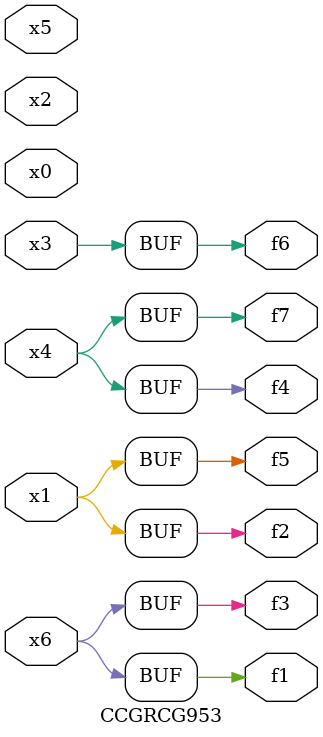
<source format=v>
module CCGRCG953(
	input x0, x1, x2, x3, x4, x5, x6,
	output f1, f2, f3, f4, f5, f6, f7
);
	assign f1 = x6;
	assign f2 = x1;
	assign f3 = x6;
	assign f4 = x4;
	assign f5 = x1;
	assign f6 = x3;
	assign f7 = x4;
endmodule

</source>
